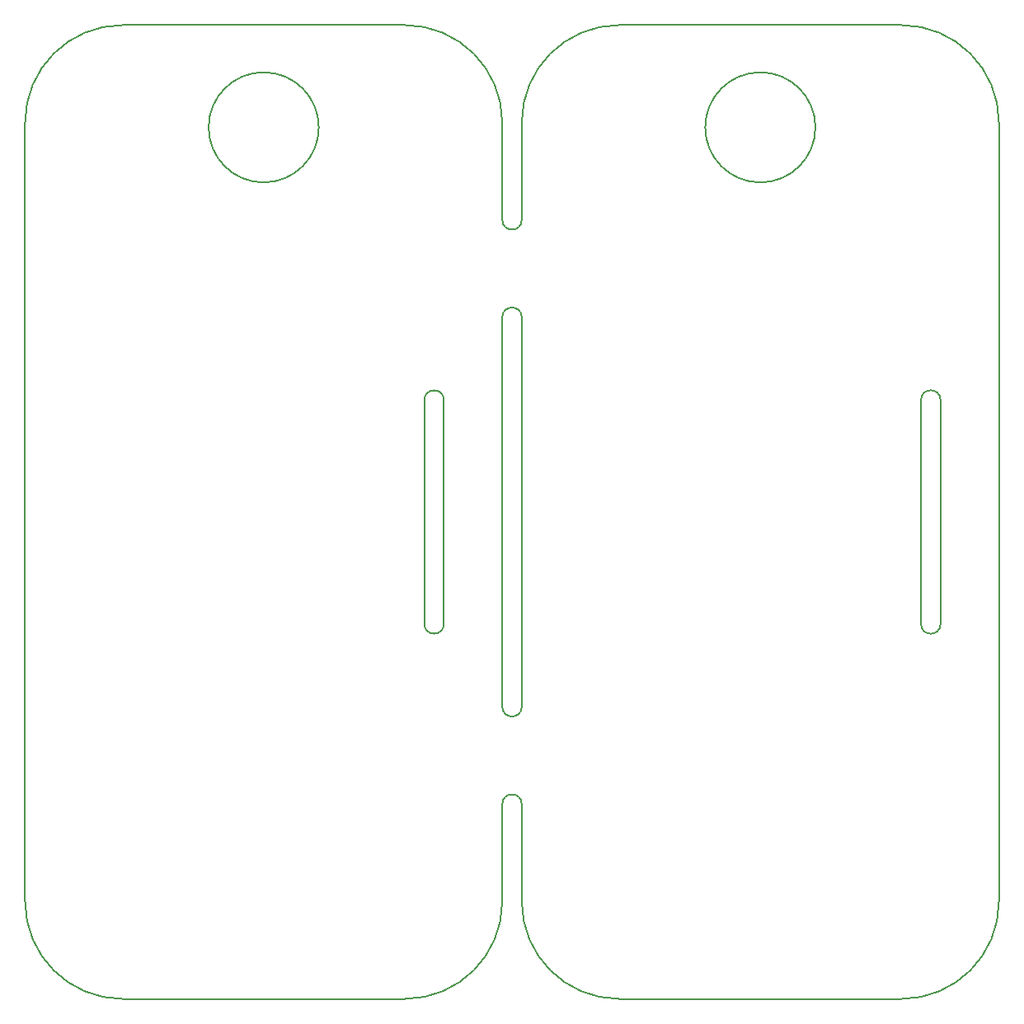
<source format=gbr>
G04 #@! TF.GenerationSoftware,KiCad,Pcbnew,5.0.2+dfsg1-1*
G04 #@! TF.CreationDate,2020-08-23T11:53:46+02:00*
G04 #@! TF.ProjectId,badge,62616467-652e-46b6-9963-61645f706362,rev?*
G04 #@! TF.SameCoordinates,Original*
G04 #@! TF.FileFunction,Profile,NP*
%FSLAX46Y46*%
G04 Gerber Fmt 4.6, Leading zero omitted, Abs format (unit mm)*
G04 Created by KiCad (PCBNEW 5.0.2+dfsg1-1) date Sun 23 Aug 2020 11:53:46 AM CEST*
%MOMM*%
%LPD*%
G01*
G04 APERTURE LIST*
%ADD10C,0.150000*%
G04 APERTURE END LIST*
D10*
X133000000Y-131500000D02*
G75*
G02X131000000Y-131500000I-1000000J0D01*
G01*
X90000000Y-80000000D02*
G75*
G02X100000000Y-70000000I10000000J0D01*
G01*
X129000000Y-70000000D02*
G75*
G02X139000000Y-80000000I0J-10000000D01*
G01*
X131000000Y-108500000D02*
G75*
G02X133000000Y-108500000I1000000J0D01*
G01*
X100000000Y-170000000D02*
G75*
G02X90000000Y-160000000I0J10000000D01*
G01*
X139000000Y-160000000D02*
G75*
G02X129000000Y-170000000I-10000000J0D01*
G01*
X139000000Y-80000000D02*
X139000000Y-90000000D01*
X100000000Y-70000000D02*
X129000000Y-70000000D01*
X90000000Y-160000000D02*
X90000000Y-80000000D01*
X100000000Y-170000000D02*
X129000000Y-170000000D01*
X133000000Y-131500000D02*
X133000000Y-108500000D01*
X131000000Y-108500000D02*
X131000000Y-131500000D01*
X120156854Y-80500000D02*
G75*
G03X120156854Y-80500000I-5656854J0D01*
G01*
X139000000Y-150000000D02*
X139000000Y-160000000D01*
X139000000Y-140000000D02*
X139000000Y-100000000D01*
X184000000Y-131500000D02*
G75*
G02X182000000Y-131500000I-1000000J0D01*
G01*
X182000000Y-108500000D02*
G75*
G02X184000000Y-108500000I1000000J0D01*
G01*
X184000000Y-131500000D02*
X184000000Y-108500000D01*
X182000000Y-108500000D02*
X182000000Y-131500000D01*
X171156854Y-80500000D02*
G75*
G03X171156854Y-80500000I-5656854J0D01*
G01*
X141000000Y-140000000D02*
X141000000Y-100000000D01*
X141000000Y-150000000D02*
X141000000Y-160000000D01*
X151000000Y-170000000D02*
X180000000Y-170000000D01*
X190000000Y-160000000D02*
X190000000Y-80000000D01*
X151000000Y-70000000D02*
X180000000Y-70000000D01*
X141000000Y-80000000D02*
X141000000Y-90000000D01*
X190000000Y-160000000D02*
G75*
G02X180000000Y-170000000I-10000000J0D01*
G01*
X151000000Y-170000000D02*
G75*
G02X141000000Y-160000000I0J10000000D01*
G01*
X180000000Y-70000000D02*
G75*
G02X190000000Y-80000000I0J-10000000D01*
G01*
X141000000Y-80000000D02*
G75*
G02X151000000Y-70000000I10000000J0D01*
G01*
X139000000Y-150000000D02*
G75*
G02X141000000Y-150000000I1000000J0D01*
G01*
X141000000Y-140000000D02*
G75*
G02X139000000Y-140000000I-1000000J0D01*
G01*
X139000000Y-100000000D02*
G75*
G02X141000000Y-100000000I1000000J0D01*
G01*
X141000000Y-90000000D02*
G75*
G02X139000000Y-90000000I-1000000J0D01*
G01*
M02*

</source>
